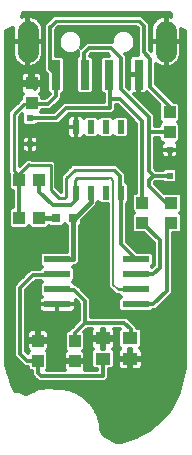
<source format=gtl>
G75*
%MOIN*%
%OFA0B0*%
%FSLAX24Y24*%
%IPPOS*%
%LPD*%
%AMOC8*
5,1,8,0,0,1.08239X$1,22.5*
%
%ADD10R,0.0900X0.0236*%
%ADD11R,0.0512X0.0413*%
%ADD12R,0.0315X0.0984*%
%ADD13C,0.0700*%
%ADD14R,0.0394X0.0433*%
%ADD15R,0.0236X0.0472*%
%ADD16R,0.0433X0.0394*%
%ADD17R,0.0236X0.0236*%
%ADD18R,0.0315X0.0315*%
%ADD19R,0.0436X0.0436*%
%ADD20C,0.0120*%
%ADD21C,0.0100*%
%ADD22C,0.0080*%
%ADD23C,0.0160*%
D10*
X002069Y004965D03*
X002069Y005465D03*
X002069Y005965D03*
X002069Y006465D03*
X004691Y006465D03*
X004691Y005965D03*
X004691Y005465D03*
X004691Y004965D03*
D11*
X004495Y003831D03*
X004495Y003142D03*
X003589Y003142D03*
X003589Y003831D03*
D12*
X003793Y012621D03*
X002984Y012621D03*
X002010Y012621D03*
X004786Y012621D03*
D13*
X005691Y013381D02*
X005691Y014081D01*
X001085Y014081D02*
X001085Y013381D01*
D14*
X001207Y012329D03*
X001207Y011660D03*
X001463Y009105D03*
X001451Y007849D03*
X000782Y007849D03*
X000794Y009105D03*
X001420Y003758D03*
X001420Y003089D03*
X002644Y003077D03*
X002644Y003747D03*
D15*
X002682Y008672D03*
X003182Y008672D03*
X003682Y008672D03*
X004182Y008672D03*
X004182Y010877D03*
X003682Y010877D03*
X003182Y010877D03*
X002682Y010877D03*
D16*
X004904Y008349D03*
X004904Y007680D03*
X005869Y007672D03*
X005869Y008341D03*
X005806Y010695D03*
X005806Y011365D03*
D17*
X005814Y010125D03*
X005814Y009258D03*
X001160Y010298D03*
X001160Y011164D03*
D18*
X002010Y007857D03*
X002601Y007857D03*
D19*
X001845Y010648D03*
X003424Y013979D03*
X005841Y012408D03*
X001215Y004522D03*
D20*
X000592Y002225D02*
X000662Y002067D01*
X000713Y002067D01*
X000750Y002081D01*
X000785Y002067D01*
X000823Y002066D01*
X000851Y002038D01*
X001026Y001963D01*
X001096Y002018D01*
X001096Y002018D01*
X001460Y002169D01*
X001460Y002169D01*
X001851Y002213D01*
X001851Y002213D01*
X002029Y002183D01*
X002207Y002187D01*
X002207Y002187D01*
X002585Y002093D01*
X002585Y002093D01*
X002925Y001904D01*
X002925Y001904D01*
X003206Y001634D01*
X003206Y001634D01*
X003407Y001300D01*
X003407Y001300D01*
X003514Y000926D01*
X003514Y000926D01*
X003517Y000777D01*
X003599Y000633D01*
X003664Y000590D01*
X003839Y000481D01*
X003844Y000482D01*
X003902Y000442D01*
X003962Y000405D01*
X003963Y000401D01*
X004017Y000364D01*
X004202Y000390D01*
X004687Y000533D01*
X005133Y000771D01*
X005523Y001093D01*
X005841Y001486D01*
X006075Y001934D01*
X006155Y002171D01*
X006338Y002845D01*
X006338Y014086D01*
X006196Y014157D01*
X006201Y014121D01*
X006201Y013750D01*
X005999Y013750D01*
X005992Y013731D01*
X005999Y013712D01*
X006201Y013712D01*
X006201Y013341D01*
X006189Y013261D01*
X006164Y013185D01*
X006128Y013114D01*
X006081Y013049D01*
X006024Y012992D01*
X005959Y012945D01*
X005887Y012908D01*
X005811Y012883D01*
X005732Y012871D01*
X005710Y012871D01*
X005710Y013078D01*
X005673Y013078D01*
X005673Y012871D01*
X005651Y012871D01*
X005572Y012883D01*
X005496Y012908D01*
X005424Y012945D01*
X005360Y012991D01*
X005360Y012306D01*
X005964Y011702D01*
X006080Y011702D01*
X006162Y011620D01*
X006162Y011110D01*
X006082Y011030D01*
X006162Y010950D01*
X006162Y010441D01*
X006080Y010359D01*
X006042Y010359D01*
X006060Y010341D01*
X006081Y010304D01*
X006092Y010264D01*
X006092Y010125D01*
X005814Y010125D01*
X005814Y010125D01*
X006092Y010125D01*
X006092Y009985D01*
X006081Y009945D01*
X006060Y009908D01*
X006030Y009878D01*
X005993Y009857D01*
X005953Y009846D01*
X005814Y009846D01*
X005814Y010125D01*
X005814Y010125D01*
X005814Y010125D01*
X005535Y010125D01*
X005535Y010264D01*
X005546Y010304D01*
X005567Y010341D01*
X005585Y010359D01*
X005531Y010359D01*
X005449Y010441D01*
X005449Y010495D01*
X005325Y010495D01*
X005325Y009495D01*
X005361Y009458D01*
X005579Y009458D01*
X005637Y009517D01*
X005990Y009517D01*
X006072Y009435D01*
X006072Y009082D01*
X005990Y009000D01*
X005637Y009000D01*
X005579Y009058D01*
X005361Y009058D01*
X005336Y009034D01*
X005336Y008979D01*
X005637Y008678D01*
X006143Y008678D01*
X006225Y008596D01*
X006225Y008086D01*
X006145Y008006D01*
X006225Y007927D01*
X006225Y007417D01*
X006143Y007335D01*
X005923Y007335D01*
X005923Y005341D01*
X005462Y004880D01*
X005345Y004763D01*
X005256Y004763D01*
X005199Y004707D01*
X004184Y004707D01*
X004101Y004789D01*
X004101Y005141D01*
X004175Y005215D01*
X004113Y005277D01*
X004006Y005277D01*
X003895Y005388D01*
X003895Y005403D01*
X003750Y005547D01*
X003750Y008296D01*
X003506Y008296D01*
X003432Y008369D01*
X003402Y008340D01*
X003402Y008290D01*
X002898Y007786D01*
X002898Y007641D01*
X002821Y007564D01*
X002821Y006374D01*
X002692Y006245D01*
X002616Y006245D01*
X002586Y006215D01*
X002659Y006141D01*
X002659Y005789D01*
X002586Y005715D01*
X002653Y005647D01*
X002692Y005647D01*
X003750Y005647D01*
X003750Y005766D02*
X002636Y005766D01*
X002659Y005884D02*
X003750Y005884D01*
X003750Y006003D02*
X002659Y006003D01*
X002659Y006121D02*
X003750Y006121D01*
X003750Y006240D02*
X002610Y006240D01*
X002805Y006358D02*
X003750Y006358D01*
X003750Y006477D02*
X002821Y006477D01*
X002821Y006595D02*
X003750Y006595D01*
X003750Y006714D02*
X002821Y006714D01*
X002821Y006832D02*
X003750Y006832D01*
X003750Y006951D02*
X002821Y006951D01*
X002821Y007069D02*
X003750Y007069D01*
X003750Y007188D02*
X002821Y007188D01*
X002821Y007306D02*
X003750Y007306D01*
X003750Y007425D02*
X002821Y007425D01*
X002821Y007543D02*
X003750Y007543D01*
X003750Y007662D02*
X002898Y007662D01*
X002898Y007780D02*
X003750Y007780D01*
X003750Y007899D02*
X003011Y007899D01*
X003130Y008017D02*
X003750Y008017D01*
X003750Y008136D02*
X003248Y008136D01*
X003367Y008254D02*
X003750Y008254D01*
X004172Y008682D02*
X004182Y008672D01*
X004182Y006975D01*
X004691Y006465D01*
X004716Y006723D02*
X004382Y007058D01*
X004382Y008319D01*
X004440Y008378D01*
X004440Y008966D01*
X004372Y009034D01*
X004372Y009314D01*
X004255Y009431D01*
X004241Y009431D01*
X004026Y009645D01*
X002569Y009645D01*
X002458Y009534D01*
X002175Y009251D01*
X002175Y008721D01*
X002035Y008861D01*
X002035Y009672D01*
X001924Y009783D01*
X001217Y009783D01*
X001207Y009793D01*
X001042Y009793D01*
X000811Y009562D01*
X000811Y011223D01*
X000902Y011314D01*
X000902Y010988D01*
X000984Y010906D01*
X001336Y010906D01*
X001406Y010976D01*
X002117Y010976D01*
X002452Y011310D01*
X003904Y011310D01*
X004021Y011428D01*
X004021Y011602D01*
X004085Y011602D01*
X004704Y010983D01*
X004704Y008686D01*
X004630Y008686D01*
X004548Y008604D01*
X004548Y008094D01*
X004627Y008014D01*
X004548Y007935D01*
X004548Y007425D01*
X004382Y007425D01*
X004382Y007543D02*
X004548Y007543D01*
X004548Y007425D02*
X004630Y007343D01*
X004958Y007343D01*
X005291Y007010D01*
X005291Y006274D01*
X005220Y006203D01*
X005208Y006215D01*
X005281Y006289D01*
X005281Y006641D01*
X005199Y006723D01*
X004716Y006723D01*
X004607Y006832D02*
X005291Y006832D01*
X005291Y006714D02*
X005209Y006714D01*
X005232Y007069D02*
X004382Y007069D01*
X004382Y007188D02*
X005113Y007188D01*
X004995Y007306D02*
X004382Y007306D01*
X004382Y007662D02*
X004548Y007662D01*
X004548Y007780D02*
X004382Y007780D01*
X004382Y007899D02*
X004548Y007899D01*
X004625Y008017D02*
X004382Y008017D01*
X004382Y008136D02*
X004548Y008136D01*
X004548Y008254D02*
X004382Y008254D01*
X004435Y008373D02*
X004548Y008373D01*
X004548Y008491D02*
X004440Y008491D01*
X004440Y008610D02*
X004553Y008610D01*
X004440Y008728D02*
X004704Y008728D01*
X004704Y008847D02*
X004440Y008847D01*
X004440Y008965D02*
X004704Y008965D01*
X004704Y009084D02*
X004372Y009084D01*
X004372Y009202D02*
X004704Y009202D01*
X004704Y009321D02*
X004365Y009321D01*
X004232Y009439D02*
X004704Y009439D01*
X004704Y009558D02*
X004114Y009558D01*
X004172Y009231D02*
X004172Y008682D01*
X004704Y009676D02*
X002031Y009676D01*
X002035Y009558D02*
X002482Y009558D01*
X002363Y009439D02*
X002035Y009439D01*
X002035Y009321D02*
X002245Y009321D01*
X002175Y009202D02*
X002035Y009202D01*
X002035Y009084D02*
X002175Y009084D01*
X002175Y008965D02*
X002035Y008965D01*
X002049Y008847D02*
X002175Y008847D01*
X002168Y008728D02*
X002175Y008728D01*
X001912Y008270D02*
X001463Y008719D01*
X001463Y009105D01*
X001125Y009593D02*
X000794Y009262D01*
X000794Y009105D01*
X000782Y009093D01*
X000782Y007849D01*
X000582Y008206D02*
X000527Y008206D01*
X000445Y008124D01*
X000445Y007574D01*
X000527Y007492D01*
X001037Y007492D01*
X001117Y007572D01*
X001196Y007492D01*
X001706Y007492D01*
X001784Y007570D01*
X001795Y007559D01*
X002226Y007559D01*
X002306Y007639D01*
X002381Y007564D01*
X002381Y006723D01*
X001561Y006723D01*
X001479Y006641D01*
X001479Y006289D01*
X001553Y006215D01*
X001482Y006143D01*
X001176Y006143D01*
X001058Y006026D01*
X000629Y005597D01*
X000629Y003243D01*
X000746Y003125D01*
X000983Y002889D01*
X001083Y002889D01*
X001083Y002815D01*
X001165Y002733D01*
X001220Y002733D01*
X001220Y002609D01*
X001337Y002491D01*
X001447Y002381D01*
X003676Y002381D01*
X003688Y002393D01*
X003805Y002510D01*
X003805Y002796D01*
X003903Y002796D01*
X003985Y002878D01*
X003985Y003407D01*
X003913Y003479D01*
X003943Y003497D01*
X003973Y003526D01*
X003994Y003563D01*
X004005Y003604D01*
X004005Y003788D01*
X003632Y003788D01*
X003632Y003489D01*
X003546Y003489D01*
X003546Y003788D01*
X003632Y003788D01*
X003632Y003875D01*
X003632Y004157D01*
X003546Y004157D01*
X003546Y003875D01*
X003632Y003875D01*
X004005Y003875D01*
X004005Y004059D01*
X003994Y004100D01*
X003973Y004136D01*
X003952Y004157D01*
X004160Y004157D01*
X004099Y004096D01*
X004099Y003567D01*
X004171Y003495D01*
X004140Y003477D01*
X004111Y003447D01*
X004090Y003411D01*
X004079Y003370D01*
X004079Y003186D01*
X004451Y003186D01*
X004451Y003485D01*
X004538Y003485D01*
X004538Y003186D01*
X004451Y003186D01*
X004451Y003099D01*
X004079Y003099D01*
X004079Y002915D01*
X004090Y002874D01*
X004111Y002837D01*
X004140Y002808D01*
X004177Y002786D01*
X004218Y002776D01*
X004451Y002776D01*
X004451Y003099D01*
X004538Y003099D01*
X004538Y003186D01*
X004911Y003186D01*
X004911Y003370D01*
X004900Y003411D01*
X004879Y003447D01*
X004849Y003477D01*
X004818Y003495D01*
X004891Y003567D01*
X004891Y004096D01*
X004809Y004178D01*
X004710Y004178D01*
X004710Y004223D01*
X004593Y004340D01*
X004377Y004557D01*
X003195Y004557D01*
X003195Y005144D01*
X002809Y005530D01*
X002692Y005647D01*
X002609Y005447D02*
X002087Y005447D01*
X002069Y005465D01*
X002069Y005965D02*
X002111Y006006D01*
X002282Y006006D01*
X002219Y005943D01*
X001258Y005943D01*
X000829Y005514D01*
X000829Y003325D01*
X001066Y003089D01*
X001420Y003089D01*
X001420Y002691D01*
X001530Y002581D01*
X003593Y002581D01*
X003605Y002593D01*
X003605Y003127D01*
X003589Y003142D01*
X003546Y003514D02*
X003632Y003514D01*
X003632Y003633D02*
X003546Y003633D01*
X003546Y003751D02*
X003632Y003751D01*
X003546Y003788D02*
X003173Y003788D01*
X003173Y003604D01*
X003184Y003563D01*
X003205Y003526D01*
X003235Y003497D01*
X003265Y003479D01*
X003193Y003407D01*
X003193Y002878D01*
X003275Y002796D01*
X003405Y002796D01*
X003405Y002781D01*
X002980Y002781D01*
X002990Y002799D01*
X003001Y002840D01*
X003001Y003039D01*
X002683Y003039D01*
X002683Y003116D01*
X003001Y003116D01*
X003001Y003315D01*
X002990Y003356D01*
X002969Y003392D01*
X002939Y003422D01*
X002934Y003425D01*
X002981Y003472D01*
X002981Y004021D01*
X002961Y004041D01*
X003077Y004157D01*
X003226Y004157D01*
X003205Y004136D01*
X003184Y004100D01*
X003173Y004059D01*
X003173Y003875D01*
X003546Y003875D01*
X003546Y003788D01*
X003546Y003870D02*
X002981Y003870D01*
X002981Y003988D02*
X003173Y003988D01*
X003188Y004107D02*
X003027Y004107D01*
X002995Y004357D02*
X004294Y004357D01*
X004510Y004140D01*
X004510Y003847D01*
X004495Y003831D01*
X004451Y003396D02*
X004538Y003396D01*
X004538Y003277D02*
X004451Y003277D01*
X004451Y003159D02*
X003985Y003159D01*
X003985Y003277D02*
X004079Y003277D01*
X004086Y003396D02*
X003985Y003396D01*
X003961Y003514D02*
X004151Y003514D01*
X004099Y003633D02*
X004005Y003633D01*
X004005Y003751D02*
X004099Y003751D01*
X004099Y003870D02*
X003632Y003870D01*
X003632Y003988D02*
X003546Y003988D01*
X003546Y004107D02*
X003632Y004107D01*
X003990Y004107D02*
X004109Y004107D01*
X004099Y003988D02*
X004005Y003988D01*
X004101Y004818D02*
X003195Y004818D01*
X003195Y004936D02*
X004101Y004936D01*
X004101Y005055D02*
X003195Y005055D01*
X003166Y005173D02*
X004133Y005173D01*
X003992Y005292D02*
X003047Y005292D01*
X002995Y005062D02*
X002609Y005447D01*
X002679Y005094D02*
X002795Y004979D01*
X002795Y004440D01*
X002458Y004103D01*
X002389Y004103D01*
X002307Y004021D01*
X002307Y003472D01*
X002355Y003425D01*
X002349Y003422D01*
X002319Y003392D01*
X002298Y003356D01*
X002287Y003315D01*
X002287Y003116D01*
X002606Y003116D01*
X002606Y003039D01*
X002287Y003039D01*
X002287Y002840D01*
X002298Y002799D01*
X002309Y002781D01*
X001723Y002781D01*
X001757Y002815D01*
X001757Y003364D01*
X001710Y003411D01*
X001715Y003414D01*
X001745Y003444D01*
X001766Y003480D01*
X001777Y003521D01*
X001777Y003720D01*
X001458Y003720D01*
X001458Y003797D01*
X001381Y003797D01*
X001381Y003720D01*
X001063Y003720D01*
X001063Y003521D01*
X001074Y003480D01*
X001095Y003444D01*
X001125Y003414D01*
X001130Y003411D01*
X001083Y003364D01*
X001083Y003354D01*
X001029Y003408D01*
X001029Y005431D01*
X001341Y005743D01*
X001525Y005743D01*
X001553Y005715D01*
X001479Y005641D01*
X001479Y005289D01*
X001544Y005224D01*
X001521Y005211D01*
X001491Y005181D01*
X001470Y005145D01*
X001459Y005104D01*
X001459Y004965D01*
X001459Y004826D01*
X001470Y004785D01*
X001491Y004749D01*
X001521Y004719D01*
X001558Y004698D01*
X001598Y004687D01*
X002069Y004687D01*
X002069Y004965D01*
X001459Y004965D01*
X002069Y004965D01*
X002069Y004965D01*
X002069Y004965D01*
X002069Y004687D01*
X002541Y004687D01*
X002581Y004698D01*
X002618Y004719D01*
X002647Y004749D01*
X002669Y004785D01*
X002679Y004826D01*
X002679Y004965D01*
X002069Y004965D01*
X002069Y004965D01*
X002679Y004965D01*
X002679Y005094D01*
X002679Y005055D02*
X002719Y005055D01*
X002679Y004936D02*
X002795Y004936D01*
X002795Y004818D02*
X002677Y004818D01*
X002583Y004699D02*
X002795Y004699D01*
X002795Y004581D02*
X001029Y004581D01*
X001029Y004699D02*
X001556Y004699D01*
X001462Y004818D02*
X001029Y004818D01*
X001029Y004936D02*
X001459Y004936D01*
X001459Y005055D02*
X001029Y005055D01*
X001029Y005173D02*
X001487Y005173D01*
X001479Y005292D02*
X001029Y005292D01*
X001029Y005410D02*
X001479Y005410D01*
X001479Y005529D02*
X001126Y005529D01*
X001245Y005647D02*
X001485Y005647D01*
X001529Y006240D02*
X000368Y006240D01*
X000368Y006358D02*
X001479Y006358D01*
X001479Y006477D02*
X000368Y006477D01*
X000368Y006595D02*
X001479Y006595D01*
X001552Y006714D02*
X000368Y006714D01*
X000368Y006832D02*
X002381Y006832D01*
X002381Y006951D02*
X000368Y006951D01*
X000368Y007069D02*
X002381Y007069D01*
X002381Y007188D02*
X000368Y007188D01*
X000368Y007306D02*
X002381Y007306D01*
X002381Y007425D02*
X000368Y007425D01*
X000368Y007543D02*
X000476Y007543D01*
X000445Y007662D02*
X000368Y007662D01*
X000368Y007780D02*
X000445Y007780D01*
X000445Y007899D02*
X000368Y007899D01*
X000368Y008017D02*
X000445Y008017D01*
X000457Y008136D02*
X000368Y008136D01*
X000368Y008254D02*
X000582Y008254D01*
X000582Y008206D02*
X000582Y008748D01*
X000539Y008748D01*
X000457Y008830D01*
X000457Y009315D01*
X000431Y009341D01*
X000431Y011380D01*
X000765Y011715D01*
X000870Y011820D01*
X000870Y011935D01*
X000918Y011982D01*
X000912Y011985D01*
X000882Y012015D01*
X000861Y012051D01*
X000850Y012092D01*
X000850Y012291D01*
X001169Y012291D01*
X001169Y012368D01*
X001169Y012706D01*
X000989Y012706D01*
X000949Y012695D01*
X000912Y012674D01*
X000882Y012644D01*
X000861Y012608D01*
X000850Y012567D01*
X000850Y012368D01*
X001169Y012368D01*
X001246Y012368D01*
X001564Y012368D01*
X001564Y012567D01*
X001553Y012608D01*
X001532Y012644D01*
X001502Y012674D01*
X001466Y012695D01*
X001425Y012706D01*
X001246Y012706D01*
X001246Y012368D01*
X001246Y012291D01*
X001564Y012291D01*
X001564Y012092D01*
X001553Y012051D01*
X001532Y012015D01*
X001502Y011985D01*
X001497Y011982D01*
X001544Y011935D01*
X001544Y011840D01*
X001668Y011840D01*
X001810Y011983D01*
X001810Y011989D01*
X001795Y011989D01*
X001713Y012071D01*
X001713Y012635D01*
X001606Y012743D01*
X001606Y014282D01*
X001723Y014399D01*
X001745Y014399D01*
X001832Y014487D01*
X001944Y014598D01*
X004853Y014598D01*
X005012Y014439D01*
X005026Y014439D01*
X005143Y014322D01*
X005143Y013455D01*
X005181Y013417D01*
X005181Y013712D01*
X005384Y013712D01*
X005391Y013731D01*
X005384Y013750D01*
X005181Y013750D01*
X005181Y014121D01*
X005194Y014200D01*
X005219Y014277D01*
X005255Y014348D01*
X005302Y014413D01*
X005359Y014470D01*
X005424Y014517D01*
X005496Y014554D01*
X005572Y014578D01*
X005651Y014591D01*
X005673Y014591D01*
X005673Y014383D01*
X005710Y014383D01*
X005710Y014591D01*
X005732Y014591D01*
X005811Y014578D01*
X005872Y014558D01*
X005829Y014689D01*
X000936Y014689D01*
X000935Y014643D01*
X000935Y014643D01*
X000897Y014556D01*
X000966Y014578D01*
X001045Y014591D01*
X001066Y014591D01*
X001066Y014383D01*
X001104Y014383D01*
X001104Y014591D01*
X001125Y014591D01*
X001205Y014578D01*
X001281Y014554D01*
X001352Y014517D01*
X001417Y014470D01*
X001474Y014413D01*
X001521Y014348D01*
X001558Y014277D01*
X001583Y014200D01*
X001595Y014121D01*
X001595Y013750D01*
X001393Y013750D01*
X001385Y013731D01*
X001393Y013712D01*
X001595Y013712D01*
X001595Y013341D01*
X001583Y013261D01*
X001558Y013185D01*
X001521Y013114D01*
X001474Y013049D01*
X001417Y012992D01*
X001352Y012945D01*
X001281Y012908D01*
X001205Y012883D01*
X001125Y012871D01*
X001104Y012871D01*
X001104Y013078D01*
X001066Y013078D01*
X001066Y012871D01*
X001045Y012871D01*
X000966Y012883D01*
X000889Y012908D01*
X000818Y012945D01*
X000753Y012992D01*
X000696Y013049D01*
X000649Y013114D01*
X000613Y013185D01*
X000588Y013261D01*
X000575Y013341D01*
X000575Y013712D01*
X000777Y013712D01*
X000785Y013731D01*
X000777Y013750D01*
X000575Y013750D01*
X000575Y014121D01*
X000582Y014161D01*
X000368Y014078D01*
X000368Y002954D01*
X000420Y002736D01*
X000592Y002225D01*
X000599Y002211D02*
X001829Y002211D01*
X001866Y002211D02*
X006166Y002211D01*
X006198Y002329D02*
X000557Y002329D01*
X000517Y002448D02*
X001381Y002448D01*
X001337Y002491D02*
X001337Y002491D01*
X001275Y002092D02*
X000651Y002092D01*
X000477Y002566D02*
X001262Y002566D01*
X001220Y002685D02*
X000438Y002685D01*
X000404Y002803D02*
X001094Y002803D01*
X000950Y002922D02*
X000375Y002922D01*
X000368Y003040D02*
X000832Y003040D01*
X000713Y003159D02*
X000368Y003159D01*
X000368Y003277D02*
X000629Y003277D01*
X000629Y003396D02*
X000368Y003396D01*
X000368Y003514D02*
X000629Y003514D01*
X000629Y003633D02*
X000368Y003633D01*
X000368Y003751D02*
X000629Y003751D01*
X000629Y003870D02*
X000368Y003870D01*
X000368Y003988D02*
X000629Y003988D01*
X000629Y004107D02*
X000368Y004107D01*
X000368Y004225D02*
X000629Y004225D01*
X000629Y004344D02*
X000368Y004344D01*
X000368Y004462D02*
X000629Y004462D01*
X000629Y004581D02*
X000368Y004581D01*
X000368Y004699D02*
X000629Y004699D01*
X000629Y004818D02*
X000368Y004818D01*
X000368Y004936D02*
X000629Y004936D01*
X000629Y005055D02*
X000368Y005055D01*
X000368Y005173D02*
X000629Y005173D01*
X000629Y005292D02*
X000368Y005292D01*
X000368Y005410D02*
X000629Y005410D01*
X000629Y005529D02*
X000368Y005529D01*
X000368Y005647D02*
X000679Y005647D01*
X000798Y005766D02*
X000368Y005766D01*
X000368Y005884D02*
X000916Y005884D01*
X001035Y006003D02*
X000368Y006003D01*
X000368Y006121D02*
X001153Y006121D01*
X001146Y007543D02*
X001088Y007543D01*
X000582Y008373D02*
X000368Y008373D01*
X000368Y008491D02*
X000582Y008491D01*
X000582Y008610D02*
X000368Y008610D01*
X000368Y008728D02*
X000582Y008728D01*
X000457Y008847D02*
X000368Y008847D01*
X000368Y008965D02*
X000457Y008965D01*
X000457Y009084D02*
X000368Y009084D01*
X000368Y009202D02*
X000457Y009202D01*
X000451Y009321D02*
X000368Y009321D01*
X000368Y009439D02*
X000431Y009439D01*
X000431Y009558D02*
X000368Y009558D01*
X000368Y009676D02*
X000431Y009676D01*
X000431Y009795D02*
X000368Y009795D01*
X000368Y009913D02*
X000431Y009913D01*
X000431Y010032D02*
X000368Y010032D01*
X000368Y010150D02*
X000431Y010150D01*
X000431Y010269D02*
X000368Y010269D01*
X000368Y010387D02*
X000431Y010387D01*
X000431Y010506D02*
X000368Y010506D01*
X000368Y010624D02*
X000431Y010624D01*
X000431Y010743D02*
X000368Y010743D01*
X000368Y010861D02*
X000431Y010861D01*
X000431Y010980D02*
X000368Y010980D01*
X000368Y011098D02*
X000431Y011098D01*
X000431Y011217D02*
X000368Y011217D01*
X000368Y011335D02*
X000431Y011335D01*
X000368Y011454D02*
X000504Y011454D01*
X000622Y011572D02*
X000368Y011572D01*
X000368Y011691D02*
X000741Y011691D01*
X000859Y011809D02*
X000368Y011809D01*
X000368Y011928D02*
X000870Y011928D01*
X000864Y012046D02*
X000368Y012046D01*
X000368Y012165D02*
X000850Y012165D01*
X000850Y012283D02*
X000368Y012283D01*
X000368Y012402D02*
X000850Y012402D01*
X000850Y012520D02*
X000368Y012520D01*
X000368Y012639D02*
X000879Y012639D01*
X001015Y012876D02*
X000368Y012876D01*
X000368Y012994D02*
X000751Y012994D01*
X000650Y013113D02*
X000368Y013113D01*
X000368Y013231D02*
X000598Y013231D01*
X000575Y013350D02*
X000368Y013350D01*
X000368Y013468D02*
X000575Y013468D01*
X000575Y013587D02*
X000368Y013587D01*
X000368Y013705D02*
X000575Y013705D01*
X000575Y013824D02*
X000368Y013824D01*
X000368Y013942D02*
X000575Y013942D01*
X000575Y014061D02*
X000368Y014061D01*
X000368Y012757D02*
X001606Y012757D01*
X001606Y012876D02*
X001156Y012876D01*
X001104Y012876D02*
X001066Y012876D01*
X001066Y012994D02*
X001104Y012994D01*
X001169Y012639D02*
X001246Y012639D01*
X001246Y012520D02*
X001169Y012520D01*
X001169Y012402D02*
X001246Y012402D01*
X001420Y012994D02*
X001606Y012994D01*
X001606Y013113D02*
X001521Y013113D01*
X001573Y013231D02*
X001606Y013231D01*
X001595Y013350D02*
X001606Y013350D01*
X001595Y013468D02*
X001606Y013468D01*
X001595Y013587D02*
X001606Y013587D01*
X001595Y013705D02*
X001606Y013705D01*
X001595Y013824D02*
X001606Y013824D01*
X001595Y013942D02*
X001606Y013942D01*
X001595Y014061D02*
X001606Y014061D01*
X001606Y014179D02*
X001586Y014179D01*
X001621Y014298D02*
X001547Y014298D01*
X001471Y014416D02*
X001762Y014416D01*
X001806Y014199D02*
X001806Y012825D01*
X002010Y012621D01*
X001999Y012632D01*
X002010Y012621D02*
X002010Y011900D01*
X001751Y011640D01*
X001227Y011640D01*
X001207Y011660D01*
X001215Y011652D01*
X001172Y011176D02*
X001160Y011164D01*
X001172Y011176D02*
X002034Y011176D01*
X002369Y011510D01*
X003821Y011510D01*
X003821Y011802D01*
X004168Y011802D01*
X004904Y011066D01*
X004904Y008349D01*
X005136Y008896D02*
X005136Y009117D01*
X005278Y009258D01*
X005125Y009412D01*
X005125Y010695D01*
X005806Y010695D01*
X005814Y010125D02*
X005535Y010125D01*
X005535Y009985D01*
X005546Y009945D01*
X005567Y009908D01*
X005597Y009878D01*
X005634Y009857D01*
X005674Y009846D01*
X005814Y009846D01*
X005814Y010125D01*
X005814Y010032D02*
X005814Y010032D01*
X005814Y009913D02*
X005814Y009913D01*
X006063Y009913D02*
X006338Y009913D01*
X006338Y009795D02*
X005325Y009795D01*
X005325Y009913D02*
X005565Y009913D01*
X005535Y010032D02*
X005325Y010032D01*
X005325Y010150D02*
X005535Y010150D01*
X005537Y010269D02*
X005325Y010269D01*
X005325Y010387D02*
X005503Y010387D01*
X005449Y010895D02*
X005325Y010895D01*
X005325Y011113D01*
X005325Y011278D01*
X004634Y011969D01*
X004768Y011969D01*
X004768Y012602D01*
X004805Y012602D01*
X004805Y011969D01*
X004965Y011969D01*
X005006Y011979D01*
X005042Y012000D01*
X005071Y012029D01*
X005465Y011635D01*
X005449Y011620D01*
X005449Y011110D01*
X005529Y011030D01*
X005449Y010950D01*
X005449Y010895D01*
X005479Y010980D02*
X005325Y010980D01*
X005325Y011098D02*
X005461Y011098D01*
X005449Y011217D02*
X005325Y011217D01*
X005268Y011335D02*
X005449Y011335D01*
X005449Y011454D02*
X005149Y011454D01*
X005031Y011572D02*
X005449Y011572D01*
X005409Y011691D02*
X004912Y011691D01*
X004794Y011809D02*
X005291Y011809D01*
X005172Y011928D02*
X004675Y011928D01*
X004768Y012046D02*
X004805Y012046D01*
X004805Y012165D02*
X004768Y012165D01*
X004768Y012283D02*
X004805Y012283D01*
X004805Y012402D02*
X004768Y012402D01*
X004768Y012520D02*
X004805Y012520D01*
X004768Y012602D02*
X004469Y012602D01*
X004469Y012134D01*
X004380Y012223D01*
X004380Y013243D01*
X004316Y013307D01*
X004353Y013307D01*
X004499Y013367D01*
X004610Y013479D01*
X004671Y013624D01*
X004671Y013782D01*
X004610Y013928D01*
X004499Y014039D01*
X004353Y014100D01*
X004195Y014100D01*
X004050Y014039D01*
X003938Y013928D01*
X003878Y013782D01*
X003878Y013695D01*
X003030Y013695D01*
X002913Y013577D01*
X002856Y013521D01*
X002899Y013624D01*
X002899Y013782D01*
X002839Y013928D01*
X002727Y014039D01*
X002581Y014100D01*
X002424Y014100D01*
X002278Y014039D01*
X002166Y013928D01*
X002106Y013782D01*
X002106Y013624D01*
X002166Y013479D01*
X002278Y013367D01*
X002424Y013307D01*
X002581Y013307D01*
X002727Y013367D01*
X002759Y013399D01*
X002759Y013243D01*
X002687Y013171D01*
X002687Y012071D01*
X002769Y011989D01*
X003199Y011989D01*
X003281Y012071D01*
X003281Y013171D01*
X003199Y013253D01*
X003159Y013253D01*
X003159Y013258D01*
X003196Y013295D01*
X003762Y013295D01*
X003804Y013253D01*
X003577Y013253D01*
X003495Y013171D01*
X003495Y012071D01*
X003577Y011989D01*
X003621Y011989D01*
X003621Y011892D01*
X003617Y011889D01*
X003617Y011723D01*
X003621Y011719D01*
X003621Y011710D01*
X002286Y011710D01*
X002169Y011593D01*
X001951Y011376D01*
X001534Y011376D01*
X001544Y011385D01*
X001544Y011440D01*
X001833Y011440D01*
X001951Y011557D01*
X002210Y011817D01*
X002210Y011989D01*
X002226Y011989D01*
X002308Y012071D01*
X002308Y013171D01*
X002226Y013253D01*
X002006Y013253D01*
X002006Y014123D01*
X002101Y014218D01*
X004695Y014218D01*
X004743Y014170D01*
X004743Y013290D01*
X004760Y013273D01*
X004608Y013273D01*
X004567Y013262D01*
X004531Y013241D01*
X004501Y013211D01*
X004480Y013175D01*
X004469Y013134D01*
X004469Y012639D01*
X004768Y012639D01*
X004380Y012639D01*
X004380Y012757D02*
X004469Y012757D01*
X004469Y012876D02*
X004380Y012876D01*
X004380Y012994D02*
X004469Y012994D01*
X004469Y013113D02*
X004380Y013113D01*
X004380Y013231D02*
X004521Y013231D01*
X004457Y013350D02*
X004743Y013350D01*
X004743Y013468D02*
X004600Y013468D01*
X004655Y013587D02*
X004743Y013587D01*
X004743Y013705D02*
X004671Y013705D01*
X004654Y013824D02*
X004743Y013824D01*
X004743Y013942D02*
X004596Y013942D01*
X004448Y014061D02*
X004743Y014061D01*
X004734Y014179D02*
X002062Y014179D01*
X002006Y014061D02*
X002329Y014061D01*
X002181Y013942D02*
X002006Y013942D01*
X002006Y013824D02*
X002123Y013824D01*
X002106Y013705D02*
X002006Y013705D01*
X002006Y013587D02*
X002122Y013587D01*
X002177Y013468D02*
X002006Y013468D01*
X002006Y013350D02*
X002320Y013350D01*
X002247Y013231D02*
X002747Y013231D01*
X002759Y013350D02*
X002685Y013350D01*
X002687Y013113D02*
X002308Y013113D01*
X002308Y012994D02*
X002687Y012994D01*
X002687Y012876D02*
X002308Y012876D01*
X002308Y012757D02*
X002687Y012757D01*
X002687Y012639D02*
X002308Y012639D01*
X002308Y012520D02*
X002687Y012520D01*
X002687Y012402D02*
X002308Y012402D01*
X002308Y012283D02*
X002687Y012283D01*
X002687Y012165D02*
X002308Y012165D01*
X002284Y012046D02*
X002711Y012046D01*
X002682Y011273D02*
X002542Y011273D01*
X002502Y011262D01*
X002465Y011241D01*
X002436Y011211D01*
X002414Y011175D01*
X002404Y011134D01*
X002404Y010877D01*
X002682Y010877D01*
X002682Y010877D01*
X002682Y011273D01*
X002821Y011273D01*
X002862Y011262D01*
X002898Y011241D01*
X002928Y011211D01*
X002941Y011188D01*
X003006Y011253D01*
X003358Y011253D01*
X003432Y011179D01*
X003506Y011253D01*
X003858Y011253D01*
X003932Y011179D01*
X004006Y011253D01*
X004358Y011253D01*
X004440Y011171D01*
X004440Y010582D01*
X004358Y010500D01*
X004006Y010500D01*
X003932Y010574D01*
X003858Y010500D01*
X003506Y010500D01*
X003432Y010574D01*
X003358Y010500D01*
X003006Y010500D01*
X002941Y010565D01*
X002928Y010542D01*
X002898Y010512D01*
X002862Y010491D01*
X002821Y010480D01*
X002682Y010480D01*
X002682Y010877D01*
X002682Y011273D01*
X002682Y011217D02*
X002682Y011217D01*
X002682Y011098D02*
X002682Y011098D01*
X002682Y010980D02*
X002682Y010980D01*
X002682Y010877D02*
X002682Y010877D01*
X002682Y010877D01*
X002404Y010877D01*
X002404Y010619D01*
X002414Y010579D01*
X002436Y010542D01*
X002465Y010512D01*
X002502Y010491D01*
X002542Y010480D01*
X002682Y010480D01*
X002682Y010877D01*
X002682Y010861D02*
X002682Y010861D01*
X002682Y010743D02*
X002682Y010743D01*
X002682Y010624D02*
X002682Y010624D01*
X002682Y010506D02*
X002682Y010506D01*
X002887Y010506D02*
X003000Y010506D01*
X002969Y011217D02*
X002922Y011217D01*
X003257Y012046D02*
X003520Y012046D01*
X003495Y012165D02*
X003281Y012165D01*
X003281Y012283D02*
X003495Y012283D01*
X003495Y012402D02*
X003281Y012402D01*
X003281Y012520D02*
X003495Y012520D01*
X003495Y012639D02*
X003281Y012639D01*
X003281Y012757D02*
X003495Y012757D01*
X003495Y012876D02*
X003281Y012876D01*
X003281Y012994D02*
X003495Y012994D01*
X003495Y013113D02*
X003281Y013113D01*
X003221Y013231D02*
X003556Y013231D01*
X003793Y012621D02*
X003821Y012592D01*
X003821Y011802D01*
X003817Y011806D01*
X003929Y011335D02*
X004352Y011335D01*
X004394Y011217D02*
X004470Y011217D01*
X004440Y011098D02*
X004589Y011098D01*
X004704Y010980D02*
X004440Y010980D01*
X004440Y010861D02*
X004704Y010861D01*
X004704Y010743D02*
X004440Y010743D01*
X004440Y010624D02*
X004704Y010624D01*
X004704Y010506D02*
X004363Y010506D01*
X004704Y010387D02*
X001438Y010387D01*
X001438Y010437D02*
X001438Y010298D01*
X001160Y010298D01*
X001160Y010576D01*
X001021Y010576D01*
X000980Y010565D01*
X000944Y010544D01*
X000914Y010514D01*
X000893Y010478D01*
X000882Y010437D01*
X000882Y010298D01*
X001160Y010298D01*
X001160Y010298D01*
X001160Y010576D01*
X001299Y010576D01*
X001340Y010565D01*
X001376Y010544D01*
X001406Y010514D01*
X001427Y010478D01*
X001438Y010437D01*
X001411Y010506D02*
X002477Y010506D01*
X002404Y010624D02*
X000811Y010624D01*
X000811Y010506D02*
X000909Y010506D01*
X000882Y010387D02*
X000811Y010387D01*
X000882Y010298D02*
X000882Y010159D01*
X000893Y010118D01*
X000914Y010081D01*
X000944Y010052D01*
X000980Y010031D01*
X001021Y010020D01*
X001160Y010020D01*
X001299Y010020D01*
X001340Y010031D01*
X001376Y010052D01*
X001406Y010081D01*
X001427Y010118D01*
X001438Y010159D01*
X001438Y010298D01*
X001160Y010298D01*
X001160Y010298D01*
X001160Y010298D01*
X000882Y010298D01*
X000882Y010269D02*
X000811Y010269D01*
X000811Y010150D02*
X000884Y010150D01*
X000811Y010032D02*
X000978Y010032D01*
X000811Y009913D02*
X004704Y009913D01*
X004704Y009795D02*
X000811Y009795D01*
X000811Y009676D02*
X000925Y009676D01*
X001160Y010020D02*
X001160Y010298D01*
X001160Y010020D01*
X001160Y010032D02*
X001160Y010032D01*
X001160Y010150D02*
X001160Y010150D01*
X001160Y010269D02*
X001160Y010269D01*
X001160Y010298D02*
X001160Y010298D01*
X001160Y010387D02*
X001160Y010387D01*
X001160Y010506D02*
X001160Y010506D01*
X001342Y010032D02*
X004704Y010032D01*
X004704Y010150D02*
X001436Y010150D01*
X001438Y010269D02*
X004704Y010269D01*
X005125Y010695D02*
X005125Y011195D01*
X004180Y012140D01*
X004180Y013160D01*
X003845Y013495D01*
X003113Y013495D01*
X002959Y013341D01*
X002959Y012645D01*
X002984Y012621D01*
X002922Y013587D02*
X002883Y013587D01*
X002899Y013705D02*
X003878Y013705D01*
X003895Y013824D02*
X002882Y013824D01*
X002824Y013942D02*
X003952Y013942D01*
X004101Y014061D02*
X002676Y014061D01*
X002210Y011928D02*
X003621Y011928D01*
X003617Y011809D02*
X002202Y011809D01*
X002266Y011691D02*
X002084Y011691D01*
X002148Y011572D02*
X001965Y011572D01*
X002029Y011454D02*
X001847Y011454D01*
X001755Y011928D02*
X001544Y011928D01*
X001550Y012046D02*
X001737Y012046D01*
X001713Y012165D02*
X001564Y012165D01*
X001564Y012283D02*
X001713Y012283D01*
X001713Y012402D02*
X001564Y012402D01*
X001564Y012520D02*
X001713Y012520D01*
X001710Y012639D02*
X001535Y012639D01*
X000902Y011217D02*
X000811Y011217D01*
X000811Y011098D02*
X000902Y011098D01*
X000910Y010980D02*
X000811Y010980D01*
X000811Y010861D02*
X002404Y010861D01*
X002404Y010743D02*
X000811Y010743D01*
X001757Y007543D02*
X002381Y007543D01*
X002510Y008270D02*
X002684Y008443D01*
X002684Y008670D01*
X002682Y008672D01*
X002510Y008270D02*
X001912Y008270D01*
X002121Y010980D02*
X002404Y010980D01*
X002404Y011098D02*
X002239Y011098D01*
X002358Y011217D02*
X002441Y011217D01*
X003394Y011217D02*
X003469Y011217D01*
X003500Y010506D02*
X003363Y010506D01*
X003863Y010506D02*
X004000Y010506D01*
X003969Y011217D02*
X003894Y011217D01*
X004021Y011454D02*
X004233Y011454D01*
X004115Y011572D02*
X004021Y011572D01*
X004380Y012283D02*
X004469Y012283D01*
X004469Y012165D02*
X004438Y012165D01*
X004469Y012402D02*
X004380Y012402D01*
X004380Y012520D02*
X004469Y012520D01*
X004768Y012602D02*
X004768Y012639D01*
X005160Y013156D02*
X004943Y013373D01*
X004943Y014239D01*
X004916Y014535D02*
X005459Y014535D01*
X005306Y014416D02*
X005049Y014416D01*
X005143Y014298D02*
X005230Y014298D01*
X005191Y014179D02*
X005143Y014179D01*
X005143Y014061D02*
X005181Y014061D01*
X005181Y013942D02*
X005143Y013942D01*
X005143Y013824D02*
X005181Y013824D01*
X005181Y013705D02*
X005143Y013705D01*
X005143Y013587D02*
X005181Y013587D01*
X005181Y013468D02*
X005143Y013468D01*
X005160Y013156D02*
X005160Y012223D01*
X005924Y011459D01*
X005806Y011365D01*
X005857Y011809D02*
X006338Y011809D01*
X006338Y011691D02*
X006091Y011691D01*
X006162Y011572D02*
X006338Y011572D01*
X006338Y011454D02*
X006162Y011454D01*
X006162Y011335D02*
X006338Y011335D01*
X006338Y011217D02*
X006162Y011217D01*
X006150Y011098D02*
X006338Y011098D01*
X006338Y010980D02*
X006133Y010980D01*
X006162Y010861D02*
X006338Y010861D01*
X006338Y010743D02*
X006162Y010743D01*
X006162Y010624D02*
X006338Y010624D01*
X006338Y010506D02*
X006162Y010506D01*
X006109Y010387D02*
X006338Y010387D01*
X006338Y010269D02*
X006090Y010269D01*
X006092Y010150D02*
X006338Y010150D01*
X006338Y010032D02*
X006092Y010032D01*
X006338Y009676D02*
X005325Y009676D01*
X005325Y009558D02*
X006338Y009558D01*
X006338Y009439D02*
X006067Y009439D01*
X006072Y009321D02*
X006338Y009321D01*
X006338Y009202D02*
X006072Y009202D01*
X006072Y009084D02*
X006338Y009084D01*
X006338Y008965D02*
X005350Y008965D01*
X005469Y008847D02*
X006338Y008847D01*
X006338Y008728D02*
X005587Y008728D01*
X005691Y008341D02*
X005136Y008896D01*
X005278Y009258D02*
X005814Y009258D01*
X005869Y009203D01*
X005869Y008341D02*
X005691Y008341D01*
X005869Y007672D02*
X005723Y007526D01*
X005723Y005424D01*
X005262Y004963D01*
X004693Y004963D01*
X004691Y004965D01*
X004590Y004344D02*
X006338Y004344D01*
X006338Y004462D02*
X004471Y004462D01*
X004708Y004225D02*
X006338Y004225D01*
X006338Y004107D02*
X004880Y004107D01*
X004891Y003988D02*
X006338Y003988D01*
X006338Y003870D02*
X004891Y003870D01*
X004891Y003751D02*
X006338Y003751D01*
X006338Y003633D02*
X004891Y003633D01*
X004838Y003514D02*
X006338Y003514D01*
X006338Y003396D02*
X004904Y003396D01*
X004911Y003277D02*
X006338Y003277D01*
X006338Y003159D02*
X004538Y003159D01*
X004538Y003099D02*
X004911Y003099D01*
X004911Y002915D01*
X004900Y002874D01*
X004879Y002837D01*
X004849Y002808D01*
X004812Y002786D01*
X004772Y002776D01*
X004538Y002776D01*
X004538Y003099D01*
X004538Y003040D02*
X004451Y003040D01*
X004451Y002922D02*
X004538Y002922D01*
X004538Y002803D02*
X004451Y002803D01*
X004148Y002803D02*
X003911Y002803D01*
X003985Y002922D02*
X004079Y002922D01*
X004079Y003040D02*
X003985Y003040D01*
X003805Y002685D02*
X006294Y002685D01*
X006327Y002803D02*
X004841Y002803D01*
X004911Y002922D02*
X006338Y002922D01*
X006338Y003040D02*
X004911Y003040D01*
X005400Y004818D02*
X006338Y004818D01*
X006338Y004936D02*
X005518Y004936D01*
X005637Y005055D02*
X006338Y005055D01*
X006338Y005173D02*
X005755Y005173D01*
X005874Y005292D02*
X006338Y005292D01*
X006338Y005410D02*
X005923Y005410D01*
X005923Y005529D02*
X006338Y005529D01*
X006338Y005647D02*
X005923Y005647D01*
X005923Y005766D02*
X006338Y005766D01*
X006338Y005884D02*
X005923Y005884D01*
X005923Y006003D02*
X006338Y006003D01*
X006338Y006121D02*
X005923Y006121D01*
X005923Y006240D02*
X006338Y006240D01*
X006338Y006358D02*
X005923Y006358D01*
X005923Y006477D02*
X006338Y006477D01*
X006338Y006595D02*
X005923Y006595D01*
X005923Y006714D02*
X006338Y006714D01*
X006338Y006832D02*
X005923Y006832D01*
X005923Y006951D02*
X006338Y006951D01*
X006338Y007069D02*
X005923Y007069D01*
X005923Y007188D02*
X006338Y007188D01*
X006338Y007306D02*
X005923Y007306D01*
X006156Y008017D02*
X006338Y008017D01*
X006338Y007899D02*
X006225Y007899D01*
X006225Y007780D02*
X006338Y007780D01*
X006338Y007662D02*
X006225Y007662D01*
X006225Y007543D02*
X006338Y007543D01*
X006338Y007425D02*
X006225Y007425D01*
X006225Y008136D02*
X006338Y008136D01*
X006338Y008254D02*
X006225Y008254D01*
X006225Y008373D02*
X006338Y008373D01*
X006338Y008491D02*
X006225Y008491D01*
X006211Y008610D02*
X006338Y008610D01*
X004904Y007680D02*
X005491Y007093D01*
X005491Y006191D01*
X005264Y005965D01*
X004691Y005965D01*
X004489Y006951D02*
X005291Y006951D01*
X005281Y006595D02*
X005291Y006595D01*
X005281Y006477D02*
X005291Y006477D01*
X005281Y006358D02*
X005291Y006358D01*
X005256Y006240D02*
X005232Y006240D01*
X006338Y004699D02*
X003195Y004699D01*
X003195Y004581D02*
X006338Y004581D01*
X006262Y002566D02*
X003805Y002566D01*
X003742Y002448D02*
X006230Y002448D01*
X006128Y002092D02*
X002586Y002092D01*
X002800Y001974D02*
X006088Y001974D01*
X006033Y001855D02*
X002976Y001855D01*
X003099Y001737D02*
X005972Y001737D01*
X005910Y001618D02*
X003215Y001618D01*
X003287Y001500D02*
X005849Y001500D01*
X005757Y001381D02*
X003358Y001381D01*
X003417Y001263D02*
X005661Y001263D01*
X005565Y001144D02*
X003451Y001144D01*
X003486Y001026D02*
X005442Y001026D01*
X005299Y000907D02*
X003515Y000907D01*
X003517Y000789D02*
X005155Y000789D01*
X004944Y000670D02*
X003578Y000670D01*
X003726Y000552D02*
X004721Y000552D01*
X004349Y000433D02*
X003917Y000433D01*
X003688Y002393D02*
X003688Y002393D01*
X003268Y002803D02*
X002991Y002803D01*
X003001Y002922D02*
X003193Y002922D01*
X003193Y003040D02*
X002683Y003040D01*
X002606Y003040D02*
X001757Y003040D01*
X001757Y002922D02*
X002287Y002922D01*
X002297Y002803D02*
X001745Y002803D01*
X001757Y003159D02*
X002287Y003159D01*
X002287Y003277D02*
X001757Y003277D01*
X001725Y003396D02*
X002323Y003396D01*
X002307Y003514D02*
X001775Y003514D01*
X001777Y003633D02*
X002307Y003633D01*
X002307Y003751D02*
X001458Y003751D01*
X001458Y003797D02*
X001777Y003797D01*
X001777Y003996D01*
X001766Y004037D01*
X001745Y004073D01*
X001715Y004103D01*
X001678Y004124D01*
X001638Y004135D01*
X001458Y004135D01*
X001458Y003797D01*
X001458Y003870D02*
X001381Y003870D01*
X001381Y003797D02*
X001381Y004135D01*
X001202Y004135D01*
X001161Y004124D01*
X001125Y004103D01*
X001095Y004073D01*
X001074Y004037D01*
X001063Y003996D01*
X001063Y003797D01*
X001381Y003797D01*
X001381Y003751D02*
X001029Y003751D01*
X001029Y003633D02*
X001063Y003633D01*
X001065Y003514D02*
X001029Y003514D01*
X001042Y003396D02*
X001115Y003396D01*
X001063Y003870D02*
X001029Y003870D01*
X001029Y003988D02*
X001063Y003988D01*
X001029Y004107D02*
X001131Y004107D01*
X001029Y004225D02*
X002580Y004225D01*
X002644Y004006D02*
X002995Y004357D01*
X002995Y005062D01*
X002929Y005410D02*
X003888Y005410D01*
X003769Y005529D02*
X002810Y005529D01*
X002795Y004462D02*
X001029Y004462D01*
X001029Y004344D02*
X002699Y004344D01*
X002644Y004006D02*
X002644Y003747D01*
X002462Y004107D02*
X001709Y004107D01*
X001777Y003988D02*
X002307Y003988D01*
X002307Y003870D02*
X001777Y003870D01*
X002069Y004699D02*
X002069Y004699D01*
X002069Y004818D02*
X002069Y004818D01*
X002069Y004936D02*
X002069Y004936D01*
X001458Y004107D02*
X001381Y004107D01*
X001381Y003988D02*
X001458Y003988D01*
X001040Y001974D02*
X001001Y001974D01*
X003001Y003159D02*
X003193Y003159D01*
X003193Y003277D02*
X003001Y003277D01*
X002966Y003396D02*
X003193Y003396D01*
X003217Y003514D02*
X002981Y003514D01*
X002981Y003633D02*
X003173Y003633D01*
X003173Y003751D02*
X002981Y003751D01*
X005620Y012046D02*
X006338Y012046D01*
X006338Y011928D02*
X005738Y011928D01*
X005501Y012165D02*
X006338Y012165D01*
X006338Y012283D02*
X005383Y012283D01*
X005360Y012402D02*
X006338Y012402D01*
X006338Y012520D02*
X005360Y012520D01*
X005360Y012639D02*
X006338Y012639D01*
X006338Y012757D02*
X005360Y012757D01*
X005360Y012876D02*
X005621Y012876D01*
X005673Y012876D02*
X005710Y012876D01*
X005762Y012876D02*
X006338Y012876D01*
X006338Y012994D02*
X006026Y012994D01*
X006127Y013113D02*
X006338Y013113D01*
X006338Y013231D02*
X006179Y013231D01*
X006201Y013350D02*
X006338Y013350D01*
X006338Y013468D02*
X006201Y013468D01*
X006201Y013587D02*
X006338Y013587D01*
X006338Y013705D02*
X006201Y013705D01*
X006201Y013824D02*
X006338Y013824D01*
X006338Y013942D02*
X006201Y013942D01*
X006201Y014061D02*
X006338Y014061D01*
X005841Y014653D02*
X000935Y014653D01*
X001066Y014535D02*
X001104Y014535D01*
X001104Y014416D02*
X001066Y014416D01*
X001318Y014535D02*
X001880Y014535D01*
X005673Y014535D02*
X005710Y014535D01*
X005710Y014416D02*
X005673Y014416D01*
X005673Y012994D02*
X005710Y012994D01*
D21*
X004943Y014239D02*
X004774Y014408D01*
X002022Y014408D01*
X001814Y014199D01*
X001806Y014199D01*
X001207Y012329D02*
X001325Y012152D01*
X001169Y012291D01*
X001207Y011660D02*
X001184Y011636D01*
X000955Y011636D01*
X000621Y011302D01*
X000621Y009420D01*
X000794Y009247D01*
X000794Y009105D01*
X001125Y009593D02*
X001845Y009593D01*
X001845Y008782D01*
X002109Y008518D01*
X002310Y008518D01*
X002365Y008573D01*
X002365Y009172D01*
X002648Y009455D01*
X003947Y009455D01*
X004172Y009231D01*
X003758Y009176D02*
X002731Y009184D01*
X002672Y009125D01*
X002672Y008682D01*
X002682Y008672D01*
X004085Y005467D02*
X004690Y005467D01*
X004691Y005465D01*
X004686Y005471D01*
X002325Y003152D02*
X002325Y003116D01*
X001160Y011164D02*
X001168Y011172D01*
D22*
X003758Y009176D02*
X003840Y009176D01*
X003930Y009085D01*
X003930Y005622D01*
X004085Y005467D01*
D23*
X002658Y007857D02*
X003182Y008381D01*
X003182Y008671D01*
X003182Y008672D01*
X002658Y007857D02*
X002601Y007857D01*
X002601Y006465D01*
X002069Y006465D01*
X002010Y007849D02*
X002010Y007857D01*
X002010Y007849D02*
X001451Y007849D01*
M02*

</source>
